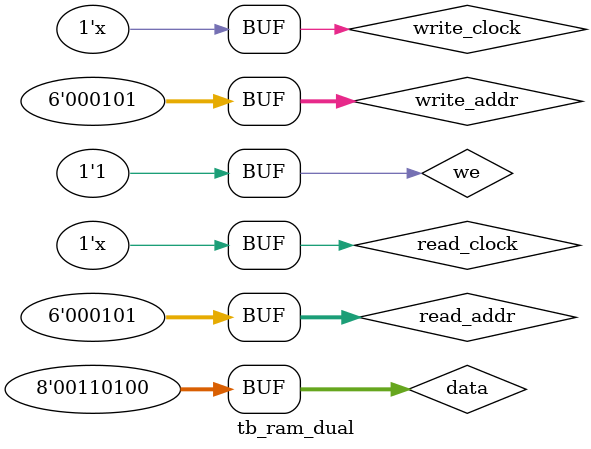
<source format=v>
module tb_ram_dual;

reg [7:0] data;
reg [5:0] read_addr, write_addr;
reg we;
reg read_clock, write_clock;
wire [7:0] q;

ram_dual dut (
	.data(data),
	.read_addr(read_addr),
	.write_addr(write_addr),
	.we(we),
	.read_clock(read_clock),
	.write_clock(write_clock),
	.q(q)
);

initial begin
    #100; // wait for initial clock cycle
    write_clock = 0; read_clock = 0;
    we = 0;
    data = 8'h12;
    write_addr = 6'b000010;
    read_addr = 6'b000011;
    #10;
    write_clock = 1; we = 1;
    #20;
    write_clock = 0;
    #10;
    read_clock = 1;
    #10;
    read_clock = 0;
    #10;
    write_clock = 1; we = 1;
    data = 8'h34;
    write_addr = 6'b000101;
    #20;
    write_clock = 0;
    #10;
    read_clock = 1;
    read_addr = 6'b000101;
    #10;
    read_clock = 0;
    #100;
    $monitor($time, "data=%b, read_addr=%b, write_addr=%b, we=%b, read_clock=%b, write_clock=%b, q=%b", 
             data, read_addr, write_addr, we, read_clock, write_clock, q);
end

always #10 read_clock = ~read_clock;
always #10 write_clock = ~write_clock;

endmodule
</source>
